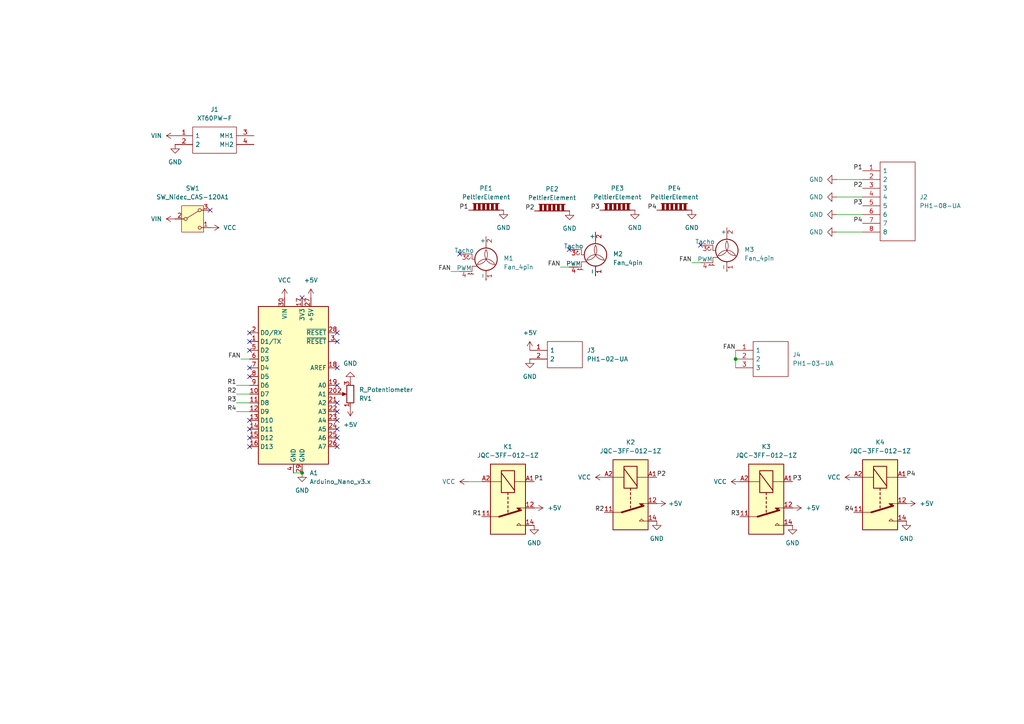
<source format=kicad_sch>
(kicad_sch (version 20250114) (generator "eeschema") (generator_version "9.0")
  (paper "A4")
  (lib_symbols
    (symbol "Device:PeltierElement" (pin_numbers (hide yes)) (pin_names (offset 0))
      (property "Reference" "PE" (at 0 3.175 0))
      (property "Value" "PeltierElement" (at 0 -1.27 0))
      (symbol "PeltierElement_0_1"
        (polyline (pts (xy -3.81 1.905) (xy 3.81 1.905)) (stroke (width 0.254)))
        (polyline (pts (xy -3.81 0) (xy 3.81 0)) (stroke (width 0.254)) (fill (type outline)))
        (rectangle (start -3.556 1.905) (end -2.921 0) (fill (type outline)))
        (rectangle (start -2.286 1.905) (end -1.651 0) (fill (type outline)))
        (rectangle (start -0.381 1.905) (end -1.016 0) (fill (type outline)))
        (rectangle (start 0.889 1.905) (end 0.254 0) (fill (type outline)))
        (rectangle (start 1.524 0) (end 2.159 1.905) (fill (type outline)))
        (rectangle (start 2.794 0) (end 3.429 1.905) (fill (type outline)))
      )
      (symbol "PeltierElement_1_1"
        (pin passive line (at -5.08 0 0) (length 1.27) (name "~") (number "1"))
        (pin passive line (at 5.08 0 180) (length 1.27) (name "~") (number "2"))
      )
    )
    (symbol "Device:R_Potentiometer" (pin_names (offset 1.016) (hide yes))
      (property "Reference" "RV" (at -4.445 0 90))
      (property "Value" "R_Potentiometer" (at -2.54 0 90))
      (symbol "R_Potentiometer_0_1"
        (rectangle (start 1.016 2.54) (end -1.016 -2.54) (stroke (width 0.254)))
        (polyline (pts (xy 1.143 0) (xy 2.286 0.508) (xy 2.286 -0.508) (xy 1.143 0)) (fill (type outline)))
        (polyline (pts (xy 2.54 0) (xy 1.524 0)))
      )
      (symbol "R_Potentiometer_1_1"
        (pin passive line (at 0 3.81 270) (length 1.27) (name "1") (number "1"))
        (pin passive line (at 0 -3.81 90) (length 1.27) (name "3") (number "3"))
        (pin passive line (at 3.81 0 180) (length 1.27) (name "2") (number "2"))
      )
    )
    (symbol "MCU_Module:Arduino_Nano_v3.x"
      (property "Reference" "A" (at -10.16 23.495 0))
      (property "Value" "Arduino_Nano_v3.x" (at 5.08 -24.13 0))
      (symbol "Arduino_Nano_v3.x_0_1"
        (rectangle (start -10.16 22.86) (end 10.16 -22.86) (stroke (width 0.254)) (fill (type background)))
      )
      (symbol "Arduino_Nano_v3.x_1_1"
        (pin bidirectional line (at -12.7 15.24 0) (length 2.54) (name "D0/RX") (number "2"))
        (pin bidirectional line (at -12.7 12.7 0) (length 2.54) (name "D1/TX") (number "1"))
        (pin bidirectional line (at -12.7 10.16 0) (length 2.54) (name "D2") (number "5"))
        (pin bidirectional line (at -12.7 7.62 0) (length 2.54) (name "D3") (number "6"))
        (pin bidirectional line (at -12.7 5.08 0) (length 2.54) (name "D4") (number "7"))
        (pin bidirectional line (at -12.7 2.54 0) (length 2.54) (name "D5") (number "8"))
        (pin bidirectional line (at -12.7 0 0) (length 2.54) (name "D6") (number "9"))
        (pin bidirectional line (at -12.7 -2.54 0) (length 2.54) (name "D7") (number "10"))
        (pin bidirectional line (at -12.7 -5.08 0) (length 2.54) (name "D8") (number "11"))
        (pin bidirectional line (at -12.7 -7.62 0) (length 2.54) (name "D9") (number "12"))
        (pin bidirectional line (at -12.7 -10.16 0) (length 2.54) (name "D10") (number "13"))
        (pin bidirectional line (at -12.7 -12.7 0) (length 2.54) (name "D11") (number "14"))
        (pin bidirectional line (at -12.7 -15.24 0) (length 2.54) (name "D12") (number "15"))
        (pin bidirectional line (at -12.7 -17.78 0) (length 2.54) (name "D13") (number "16"))
        (pin power_in line (at -2.54 25.4 270) (length 2.54) (name "VIN") (number "30"))
        (pin power_in line (at 0 -25.4 90) (length 2.54) (name "GND") (number "4"))
        (pin power_out line (at 2.54 25.4 270) (length 2.54) (name "3V3") (number "17"))
        (pin power_in line (at 2.54 -25.4 90) (length 2.54) (name "GND") (number "29"))
        (pin power_out line (at 5.08 25.4 270) (length 2.54) (name "+5V") (number "27"))
        (pin input line (at 12.7 15.24 180) (length 2.54) (name "~{RESET}") (number "28"))
        (pin input line (at 12.7 12.7 180) (length 2.54) (name "~{RESET}") (number "3"))
        (pin input line (at 12.7 5.08 180) (length 2.54) (name "AREF") (number "18"))
        (pin bidirectional line (at 12.7 0 180) (length 2.54) (name "A0") (number "19"))
        (pin bidirectional line (at 12.7 -2.54 180) (length 2.54) (name "A1") (number "20"))
        (pin bidirectional line (at 12.7 -5.08 180) (length 2.54) (name "A2") (number "21"))
        (pin bidirectional line (at 12.7 -7.62 180) (length 2.54) (name "A3") (number "22"))
        (pin bidirectional line (at 12.7 -10.16 180) (length 2.54) (name "A4") (number "23"))
        (pin bidirectional line (at 12.7 -12.7 180) (length 2.54) (name "A5") (number "24"))
        (pin bidirectional line (at 12.7 -15.24 180) (length 2.54) (name "A6") (number "25"))
        (pin bidirectional line (at 12.7 -17.78 180) (length 2.54) (name "A7") (number "26"))
      )
    )
    (symbol "Motor:Fan_4pin" (pin_names (offset 0))
      (property "Reference" "M" (at 2.54 5.08 0))
      (property "Value" "Fan_4pin" (at 2.54 -2.54 0))
      (symbol "Fan_4pin_0_0"
        (polyline (pts (xy -5.08 2.032) (xy -5.334 2.159)))
        (polyline (pts (xy -5.08 2.032) (xy -5.207 1.778)))
        (arc (start -4.572 1.524) (mid -5.08 1.0182) (end -5.588 1.524))
        (arc (start -5.588 1.524) (mid -5.4392 1.8832) (end -5.08 2.032))
        (polyline (pts (xy -4.064 2.54) (xy -4.064 1.016) (xy -3.302 1.016)))
      )
      (symbol "Fan_4pin_0_1"
        (polyline (pts (xy -5.334 -3.302) (xy -5.08 -3.302) (xy -5.08 -3.048) (xy -4.826 -3.048) (xy -4.826 -3.302) (xy -4.318 -3.302) (xy -4.318 -3.048) (xy -4.064 -3.048) (xy -4.064 -3.302) (xy -3.556 -3.302)))
        (polyline (pts (xy -4.064 2.54) (xy -5.08 2.54)))
        (polyline (pts (xy -2.54 -1.016) (xy -4.064 -1.016) (xy -4.064 -2.54) (xy -5.08 -2.54)))
        (arc (start 0 3.81) (mid -0.0015 0.9048) (end -2.54 -0.508))
        (polyline (pts (xy 0 4.572) (xy 0 5.08)))
        (polyline (pts (xy 0 4.2672) (xy 0 4.6228)))
        (circle (center 0 1.016) (radius 3.2512) (stroke (width 0.254)))
        (arc (start -2.54 -0.508) (mid 0 1.0618) (end 2.54 -0.508))
        (polyline (pts (xy 0 -2.2352) (xy 0 -2.6416)))
        (polyline (pts (xy 0 -5.08) (xy 0 -4.572)))
        (arc (start 2.54 -0.508) (mid 0.047 0.9315) (end 0 3.81))
      )
      (symbol "Fan_4pin_1_1"
        (pin passive line (at -7.62 2.54 0) (length 2.54) (name "Tacho") (number "3"))
        (pin input line (at -7.62 -2.54 0) (length 2.54) (name "PWM") (number "4"))
        (pin passive line (at 0 7.62 270) (length 2.54) (name "+") (number "2"))
        (pin passive line (at 0 -5.08 90) (length 2.54) (name "-") (number "1"))
      )
    )
    (symbol "Relay:JQC-3FF-012-1Z"
      (property "Reference" "K" (at 11.43 3.81 0))
      (property "Value" "JQC-3FF-012-1Z" (at 11.43 1.27 0))
      (symbol "JQC-3FF-012-1Z_0_0"
        (polyline (pts (xy 7.62 5.08) (xy 7.62 2.54) (xy 6.985 3.175) (xy 7.62 3.81)))
      )
      (symbol "JQC-3FF-012-1Z_0_1"
        (rectangle (start -10.16 5.08) (end 10.16 -5.08) (stroke (width 0.254)) (fill (type background)))
        (rectangle (start -8.255 1.905) (end -1.905 -1.905) (stroke (width 0.254)))
        (polyline (pts (xy -7.62 -1.905) (xy -2.54 1.905)) (stroke (width 0.254)))
        (polyline (pts (xy -5.08 5.08) (xy -5.08 1.905)))
        (polyline (pts (xy -5.08 -5.08) (xy -5.08 -1.905)))
        (polyline (pts (xy -1.905 0) (xy -1.27 0)) (stroke (width 0.254)))
        (polyline (pts (xy -0.635 0) (xy 0 0)) (stroke (width 0.254)))
        (polyline (pts (xy 0.635 0) (xy 1.27 0)) (stroke (width 0.254)))
        (polyline (pts (xy 1.905 0) (xy 2.54 0)) (stroke (width 0.254)))
        (polyline (pts (xy 2.54 5.08) (xy 2.54 2.54) (xy 3.175 3.175) (xy 2.54 3.81)) (fill (type outline)))
        (polyline (pts (xy 3.175 0) (xy 3.81 0)) (stroke (width 0.254)))
        (polyline (pts (xy 5.08 -2.54) (xy 3.175 3.81)) (stroke (width 0.508)))
        (polyline (pts (xy 5.08 -2.54) (xy 5.08 -5.08)))
      )
      (symbol "JQC-3FF-012-1Z_1_1"
        (pin passive line (at -5.08 7.62 270) (length 2.54) (name "~") (number "A1"))
        (pin passive line (at -5.08 -7.62 90) (length 2.54) (name "~") (number "A2"))
        (pin passive line (at 2.54 7.62 270) (length 2.54) (name "~") (number "12"))
        (pin passive line (at 5.08 -7.62 90) (length 2.54) (name "~") (number "11"))
        (pin passive line (at 7.62 7.62 270) (length 2.54) (name "~") (number "14"))
      )
    )
    (symbol "SamacSys_Parts:PH1-02-UA" (pin_names (offset 0.762))
      (property "Reference" "J" (at 16.51 7.62 0))
      (property "Value" "PH1-02-UA" (at 16.51 5.08 0))
      (symbol "PH1-02-UA_0_0"
        (pin passive line (at 0 0 0) (length 5.08) (name "1") (number "1"))
        (pin passive line (at 0 -2.54 0) (length 5.08) (name "2") (number "2"))
      )
      (symbol "PH1-02-UA_0_1"
        (polyline (pts (xy 5.08 2.54) (xy 15.24 2.54) (xy 15.24 -5.08) (xy 5.08 -5.08) (xy 5.08 2.54)) (stroke (width 0.1524)))
      )
    )
    (symbol "SamacSys_Parts:PH1-03-UA" (pin_names (offset 0.762))
      (property "Reference" "J" (at 16.51 7.62 0))
      (property "Value" "PH1-03-UA" (at 16.51 5.08 0))
      (symbol "PH1-03-UA_0_0"
        (pin passive line (at 0 0 0) (length 5.08) (name "1") (number "1"))
        (pin passive line (at 0 -2.54 0) (length 5.08) (name "2") (number "2"))
        (pin passive line (at 0 -5.08 0) (length 5.08) (name "3") (number "3"))
      )
      (symbol "PH1-03-UA_0_1"
        (polyline (pts (xy 5.08 2.54) (xy 15.24 2.54) (xy 15.24 -7.62) (xy 5.08 -7.62) (xy 5.08 2.54)) (stroke (width 0.1524)))
      )
    )
    (symbol "SamacSys_Parts:PH1-08-UA" (pin_names (offset 0.762))
      (property "Reference" "J" (at 16.51 7.62 0))
      (property "Value" "PH1-08-UA" (at 16.51 5.08 0))
      (symbol "PH1-08-UA_0_0"
        (pin passive line (at 0 0 0) (length 5.08) (name "1") (number "1"))
        (pin passive line (at 0 -2.54 0) (length 5.08) (name "2") (number "2"))
        (pin passive line (at 0 -5.08 0) (length 5.08) (name "3") (number "3"))
        (pin passive line (at 0 -7.62 0) (length 5.08) (name "4") (number "4"))
        (pin passive line (at 0 -10.16 0) (length 5.08) (name "5") (number "5"))
        (pin passive line (at 0 -12.7 0) (length 5.08) (name "6") (number "6"))
        (pin passive line (at 0 -15.24 0) (length 5.08) (name "7") (number "7"))
        (pin passive line (at 0 -17.78 0) (length 5.08) (name "8") (number "8"))
      )
      (symbol "PH1-08-UA_0_1"
        (polyline (pts (xy 5.08 2.54) (xy 15.24 2.54) (xy 15.24 -20.32) (xy 5.08 -20.32) (xy 5.08 2.54)) (stroke (width 0.1524)))
      )
    )
    (symbol "SamacSys_Parts:XT60PW-F" (pin_names (offset 0.762))
      (property "Reference" "J" (at 19.05 7.62 0))
      (property "Value" "XT60PW-F" (at 19.05 5.08 0))
      (symbol "XT60PW-F_0_0"
        (pin passive line (at 0 0 0) (length 5.08) (name "1") (number "1"))
        (pin passive line (at 0 -2.54 0) (length 5.08) (name "2") (number "2"))
        (pin passive line (at 22.86 0 180) (length 5.08) (name "MH1") (number "3"))
        (pin passive line (at 22.86 -2.54 180) (length 5.08) (name "MH2") (number "4"))
      )
      (symbol "XT60PW-F_0_1"
        (polyline (pts (xy 5.08 2.54) (xy 17.78 2.54) (xy 17.78 -5.08) (xy 5.08 -5.08) (xy 5.08 2.54)) (stroke (width 0.1524)))
      )
    )
    (symbol "Switch:SW_Nidec_CAS-120A1" (pin_names (offset 1) (hide yes))
      (property "Reference" "SW" (at 0 4.318 0))
      (property "Value" "SW_Nidec_CAS-120A1" (at 0 -5.08 0))
      (symbol "SW_Nidec_CAS-120A1_0_1"
        (circle (center -2.032 0) (radius 0.4572))
        (polyline (pts (xy -1.651 0.254) (xy 1.651 2.286)))
        (circle (center 2.032 2.54) (radius 0.4572))
        (circle (center 2.032 -2.54) (radius 0.4572))
      )
      (symbol "SW_Nidec_CAS-120A1_1_1"
        (rectangle (start -3.175 3.81) (end 3.175 -3.81) (fill (type background)))
        (pin passive line (at -5.08 0 0) (length 2.54) (name "B") (number "2"))
        (pin passive line (at 5.08 2.54 180) (length 2.54) (name "A") (number "3"))
        (pin passive line (at 5.08 -2.54 180) (length 2.54) (name "C") (number "1"))
      )
    )
    (symbol "power:+5V" (power) (pin_numbers (hide yes)) (pin_names (offset 0) (hide yes))
      (property "Value" "+5V" (at 0 3.556 0))
      (symbol "+5V_0_1"
        (polyline (pts (xy -0.762 1.27) (xy 0 2.54)))
        (polyline (pts (xy 0 2.54) (xy 0.762 1.27)))
        (polyline (pts (xy 0 0) (xy 0 2.54)))
      )
      (symbol "+5V_1_1"
        (pin power_in line (at 0 0 90) (length 0) (name "~") (number "1"))
      )
    )
    (symbol "power:GND" (power) (pin_numbers (hide yes)) (pin_names (offset 0) (hide yes))
      (property "Value" "GND" (at 0 -3.81 0))
      (symbol "GND_0_1"
        (polyline (pts (xy 0 0) (xy 0 -1.27) (xy 1.27 -1.27) (xy 0 -2.54) (xy -1.27 -1.27) (xy 0 -1.27)))
      )
      (symbol "GND_1_1"
        (pin power_in line (at 0 0 270) (length 0) (name "~") (number "1"))
      )
    )
    (symbol "power:VCC" (power) (pin_numbers (hide yes)) (pin_names (offset 0) (hide yes))
      (property "Value" "VCC" (at 0 3.556 0))
      (symbol "VCC_0_1"
        (polyline (pts (xy -0.762 1.27) (xy 0 2.54)))
        (polyline (pts (xy 0 2.54) (xy 0.762 1.27)))
        (polyline (pts (xy 0 0) (xy 0 2.54)))
      )
      (symbol "VCC_1_1"
        (pin power_in line (at 0 0 90) (length 0) (name "~") (number "1"))
      )
    )
  )
  (junction (at 87.63 137.16))
  (junction (at 213.36 104.14))
  (no_connect (at 97.79 127))
  (no_connect (at 72.39 127))
  (no_connect (at 97.79 111.76))
  (no_connect (at 72.39 96.52))
  (no_connect (at 97.79 116.84))
  (no_connect (at 72.39 121.92))
  (no_connect (at 203.2 71.12))
  (no_connect (at 97.79 99.06))
  (no_connect (at 72.39 101.6))
  (no_connect (at 72.39 129.54))
  (no_connect (at 72.39 99.06))
  (no_connect (at 97.79 124.46))
  (no_connect (at 72.39 124.46))
  (no_connect (at 165.1 72.39))
  (no_connect (at 87.63 86.36))
  (no_connect (at 97.79 121.92))
  (no_connect (at 72.39 109.22))
  (no_connect (at 97.79 129.54))
  (no_connect (at 97.79 96.52))
  (no_connect (at 97.79 119.38))
  (no_connect (at 133.35 73.66))
  (no_connect (at 97.79 106.68))
  (no_connect (at 60.96 60.96))
  (no_connect (at 72.39 106.68))
  (wire (pts (xy 213.36 101.6) (xy 213.36 104.14)))
  (wire (pts (xy 68.58 116.84) (xy 72.39 116.84)))
  (wire (pts (xy 242.57 67.31) (xy 250.19 67.31)))
  (wire (pts (xy 68.58 119.38) (xy 72.39 119.38)))
  (wire (pts (xy 85.09 137.16) (xy 87.63 137.16)))
  (wire (pts (xy 130.81 78.74) (xy 133.35 78.74)))
  (wire (pts (xy 162.56 77.47) (xy 165.1 77.47)))
  (wire (pts (xy 242.57 52.07) (xy 250.19 52.07)))
  (wire (pts (xy 213.36 104.14) (xy 213.36 106.68)))
  (wire (pts (xy 242.57 62.23) (xy 250.19 62.23)))
  (wire (pts (xy 69.85 104.14) (xy 72.39 104.14)))
  (wire (pts (xy 200.66 76.2) (xy 203.2 76.2)))
  (wire (pts (xy 135.89 139.7) (xy 139.7 139.7)))
  (wire (pts (xy 242.57 57.15) (xy 250.19 57.15)))
  (wire (pts (xy 68.58 111.76) (xy 72.39 111.76)))
  (wire (pts (xy 68.58 114.3) (xy 72.39 114.3)))
  (label "P4" (at 250.19 64.77 180))
  (label "FAN" (at 213.36 101.6 180))
  (label "P2" (at 250.19 54.61 180))
  (label "R1" (at 139.7 149.86 180))
  (label "P2" (at 155.0323 61.1726 180))
  (label "FAN" (at 200.66 76.2 180))
  (label "P1" (at 250.19 49.53 180))
  (label "R4" (at 68.58 119.38 180))
  (label "R1" (at 68.58 111.76 180))
  (label "P1" (at 135.89 60.96 180))
  (label "P3" (at 173.99 60.96 180))
  (label "P3" (at 229.87 139.7 0))
  (label "FAN" (at 162.56 77.47 180))
  (label "R2" (at 175.26 148.59 180))
  (label "R3" (at 214.63 149.86 180))
  (label "FAN" (at 130.81 78.74 180))
  (label "R4" (at 247.65 148.59 180))
  (label "P2" (at 190.5 138.43 0))
  (label "P4" (at 190.5 60.96 180))
  (label "P1" (at 154.94 139.7 0))
  (label "R3" (at 68.58 116.84 180))
  (label "FAN" (at 69.85 104.14 180))
  (label "P3" (at 250.19 59.69 180))
  (label "R2" (at 68.58 114.3 180))
  (label "P4" (at 262.89 138.43 0))
  (symbol (lib_id "power:GND") (at 262.89 151.13 0) (unit 1)
    (property "Reference" "#PWR06" (effects (hide yes)))
    (property "Value" "GND" (at 262.89 156.21 0))
    (property "Description" "Power symbol creates a global label with name \"GND\" , ground" (effects (hide yes)))
  )
  (symbol (lib_id "power:VCC") (at 82.55 86.36 0) (unit 1)
    (property "Reference" "#PWR020" (effects (hide yes)))
    (property "Value" "VCC" (at 82.55 81.28 0))
    (property "Description" "Power symbol creates a global label with name \"VCC\"" (effects (hide yes)))
  )
  (symbol (lib_id "power:GND") (at 153.67 104.14 0) (unit 1)
    (property "Reference" "#PWR029" (effects (hide yes)))
    (property "Value" "GND" (at 153.67 109.22 0))
    (property "Description" "Power symbol creates a global label with name \"GND\" , ground" (effects (hide yes)))
  )
  (symbol (lib_id "power:GND") (at 229.87 152.4 0) (unit 1)
    (property "Reference" "#PWR05" (effects (hide yes)))
    (property "Value" "GND" (at 229.87 157.48 0))
    (property "Description" "Power symbol creates a global label with name \"GND\" , ground" (effects (hide yes)))
  )
  (symbol (lib_id "power:GND") (at 242.57 52.07 270) (unit 1)
    (property "Reference" "#PWR021" (effects (hide yes)))
    (property "Value" "GND" (at 238.76 52.0699 90) (effects (justify right)))
    (property "Description" "Power symbol creates a global label with name \"GND\" , ground" (effects (hide yes)))
  )
  (symbol (lib_id "Motor:Fan_4pin") (at 210.82 73.66 0) (unit 1)
    (property "Reference" "M3" (at 215.9 72.3899 0) (effects (justify left)))
    (property "Value" "Fan_4pin" (at 215.9 74.9299 0) (effects (justify left)))
    (property "Datasheet" "http://www.formfactors.org/developer%5Cspecs%5Crev1_2_public.pdf" (effects (hide yes)))
    (property "Description" "Fan, tacho output, PWM input, 4-pin connector" (effects (hide yes)))
  )
  (symbol (lib_id "Relay:JQC-3FF-012-1Z") (at 182.88 143.51 270) (unit 1)
    (property "Reference" "K2" (at 182.88 128.27 90))
    (property "Value" "JQC-3FF-012-1Z" (at 182.88 130.81 90))
    (property "Footprint" "Relay_THT:Relay_SPDT_Hongfa_JQC-3FF_0XX-1Z" (effects (hide yes)))
    (property "Datasheet" "https://www.digikey.com/htmldatasheets/production/2071105/0/0/1/JQC-3FF.pdf" (effects (hide yes)))
    (property "Description" "Subminiature High Power SPDT Relay, 12V Coil nom. 0.36W, 10A switching current, max 10A@277VAC/28VDC" (effects (hide yes)))
  )
  (symbol (lib_id "power:GND") (at 165.1923 61.1726 0) (unit 1)
    (property "Reference" "#PWR017" (effects (hide yes)))
    (property "Value" "GND" (at 165.1923 66.2526 0))
    (property "Description" "Power symbol creates a global label with name \"GND\" , ground" (effects (hide yes)))
  )
  (symbol (lib_id "power:+5V") (at 154.94 147.32 270) (unit 1)
    (property "Reference" "#PWR07" (effects (hide yes)))
    (property "Value" "+5V" (at 158.75 147.3199 90) (effects (justify left)))
    (property "Description" "Power symbol creates a global label with name \"+5V\"" (effects (hide yes)))
  )
  (symbol (lib_id "Relay:JQC-3FF-012-1Z") (at 255.27 143.51 270) (unit 1)
    (property "Reference" "K4" (at 255.27 128.27 90))
    (property "Value" "JQC-3FF-012-1Z" (at 255.27 130.81 90))
    (property "Footprint" "Relay_THT:Relay_SPDT_Hongfa_JQC-3FF_0XX-1Z" (effects (hide yes)))
    (property "Datasheet" "https://www.digikey.com/htmldatasheets/production/2071105/0/0/1/JQC-3FF.pdf" (effects (hide yes)))
    (property "Description" "Subminiature High Power SPDT Relay, 12V Coil nom. 0.36W, 10A switching current, max 10A@277VAC/28VDC" (effects (hide yes)))
  )
  (symbol (lib_id "power:+5V") (at 101.6 118.11 180) (unit 1)
    (property "Reference" "#PWR025" (effects (hide yes)))
    (property "Value" "+5V" (at 101.6 123.19 0))
    (property "Description" "Power symbol creates a global label with name \"+5V\"" (effects (hide yes)))
  )
  (symbol (lib_id "power:VCC") (at 247.65 138.43 90) (unit 1)
    (property "Reference" "#PWR015" (effects (hide yes)))
    (property "Value" "VCC" (at 243.84 138.4299 90) (effects (justify left)))
    (property "Description" "Power symbol creates a global label with name \"VCC\"" (effects (hide yes)))
  )
  (symbol (lib_id "power:GND") (at 87.63 137.16 0) (unit 1)
    (property "Reference" "#PWR027" (effects (hide yes)))
    (property "Value" "GND" (at 87.63 142.24 0))
    (property "Description" "Power symbol creates a global label with name \"GND\" , ground" (effects (hide yes)))
  )
  (symbol (lib_id "power:+5V") (at 153.67 101.6 0) (unit 1)
    (property "Reference" "#PWR028" (effects (hide yes)))
    (property "Value" "+5V" (at 153.67 96.52 0))
    (property "Description" "Power symbol creates a global label with name \"+5V\"" (effects (hide yes)))
  )
  (symbol (lib_id "power:GND") (at 242.57 62.23 270) (unit 1)
    (property "Reference" "#PWR023" (effects (hide yes)))
    (property "Value" "GND" (at 238.76 62.2299 90) (effects (justify right)))
    (property "Description" "Power symbol creates a global label with name \"GND\" , ground" (effects (hide yes)))
  )
  (symbol (lib_id "power:VCC") (at 60.96 66.04 270) (unit 1)
    (property "Reference" "#PWR030" (effects (hide yes)))
    (property "Value" "VCC" (at 64.77 66.0399 90) (effects (justify left)))
    (property "Description" "Power symbol creates a global label with name \"VCC\"" (effects (hide yes)))
  )
  (symbol (lib_id "power:VCC") (at 175.26 138.43 90) (unit 1)
    (property "Reference" "#PWR013" (effects (hide yes)))
    (property "Value" "VCC" (at 171.45 138.4299 90) (effects (justify left)))
    (property "Description" "Power symbol creates a global label with name \"VCC\"" (effects (hide yes)))
  )
  (symbol (lib_id "power:VCC") (at 50.8 63.5 90) (unit 1)
    (property "Reference" "#PWR031" (effects (hide yes)))
    (property "Value" "VIN" (at 46.99 63.4999 90) (effects (justify left)))
    (property "Description" "Power symbol creates a global label with name \"VCC\"" (effects (hide yes)))
  )
  (symbol (lib_id "power:GND") (at 101.6 110.49 180) (unit 1)
    (property "Reference" "#PWR026" (effects (hide yes)))
    (property "Value" "GND" (at 101.6 105.41 0))
    (property "Description" "Power symbol creates a global label with name \"GND\" , ground" (effects (hide yes)))
  )
  (symbol (lib_id "power:GND") (at 242.57 67.31 270) (unit 1)
    (property "Reference" "#PWR024" (effects (hide yes)))
    (property "Value" "GND" (at 238.76 67.3099 90) (effects (justify right)))
    (property "Description" "Power symbol creates a global label with name \"GND\" , ground" (effects (hide yes)))
  )
  (symbol (lib_id "Device:PeltierElement") (at 179.07 60.96 0) (unit 1)
    (property "Reference" "PE3" (at 179.07 54.61 0))
    (property "Value" "PeltierElement" (at 179.07 57.15 0))
    (property "Description" "Peltier element, thermoelectric cooler" (effects (hide yes)))
  )
  (symbol (lib_id "power:+5V") (at 90.17 86.36 0) (unit 1)
    (property "Reference" "#PWR011" (effects (hide yes)))
    (property "Value" "+5V" (at 90.17 81.28 0))
    (property "Description" "Power symbol creates a global label with name \"+5V\"" (effects (hide yes)))
  )
  (symbol (lib_id "power:GND") (at 242.57 57.15 270) (unit 1)
    (property "Reference" "#PWR022" (effects (hide yes)))
    (property "Value" "GND" (at 238.76 57.1499 90) (effects (justify right)))
    (property "Description" "Power symbol creates a global label with name \"GND\" , ground" (effects (hide yes)))
  )
  (symbol (lib_id "power:GND") (at 146.05 60.96 0) (unit 1)
    (property "Reference" "#PWR016" (effects (hide yes)))
    (property "Value" "GND" (at 146.05 66.04 0))
    (property "Description" "Power symbol creates a global label with name \"GND\" , ground" (effects (hide yes)))
  )
  (symbol (lib_id "Relay:JQC-3FF-012-1Z") (at 147.32 144.78 270) (unit 1)
    (property "Reference" "K1" (at 147.32 129.54 90))
    (property "Value" "JQC-3FF-012-1Z" (at 147.32 132.08 90))
    (property "Footprint" "Relay_THT:Relay_SPDT_Hongfa_JQC-3FF_0XX-1Z" (effects (hide yes)))
    (property "Datasheet" "https://www.digikey.com/htmldatasheets/production/2071105/0/0/1/JQC-3FF.pdf" (effects (hide yes)))
    (property "Description" "Subminiature High Power SPDT Relay, 12V Coil nom. 0.36W, 10A switching current, max 10A@277VAC/28VDC" (effects (hide yes)))
  )
  (symbol (lib_id "power:VCC") (at 50.8 39.37 90) (unit 1)
    (property "Reference" "#PWR02" (effects (hide yes)))
    (property "Value" "VIN" (at 46.99 39.3699 90) (effects (justify left)))
    (property "Description" "Power symbol creates a global label with name \"VCC\"" (effects (hide yes)))
  )
  (symbol (lib_id "SamacSys_Parts:PH1-02-UA") (at 153.67 101.6 0) (unit 1)
    (property "Reference" "J3" (at 170.18 101.5999 0) (effects (justify left)))
    (property "Value" "PH1-02-UA" (at 170.18 104.1399 0) (effects (justify left)))
    (property "Footprint" "HDRV2W64P0X254_1X2_508X250X850P" (effects (hide yes)))
    (property "Datasheet" "https://datasheet.datasheetarchive.com/originals/distributors/Datasheets_SAMA/22522227e000bb8d8f26a3580c1bb98b.pdf" (effects (hide yes)))
    (property "Description_1" "CONN HEADER VERT 2POS 2.54MM" (effects (hide yes)))
    (property "Height" "8.5" (effects (hide yes)))
    (property "Manufacturer_Name" "Adam Tech" (effects (hide yes)))
    (property "Manufacturer_Part_Number" "PH1-02-UA" (effects (hide yes)))
    (property "Mouser Part Number" "737-PH1-02-UA" (effects (hide yes)))
    (property "Mouser Price/Stock" "https://www.mouser.co.uk/ProductDetail/Adam-Tech/PH1-02-UA?qs=HoCaDK9Nz5dVT5LAE%2F6mlA%3D%3D" (effects (hide yes)))
    (property "Arrow Part Number" "PH1-02-UA" (effects (hide yes)))
    (property "Arrow Price/Stock" "https://www.arrow.com/en/products/ph1-02-ua/adam-tech?utm_currency=USD&region=europe" (effects (hide yes)))
  )
  (symbol (lib_id "power:VCC") (at 214.63 139.7 90) (unit 1)
    (property "Reference" "#PWR014" (effects (hide yes)))
    (property "Value" "VCC" (at 210.82 139.6999 90) (effects (justify left)))
    (property "Description" "Power symbol creates a global label with name \"VCC\"" (effects (hide yes)))
  )
  (symbol (lib_id "Relay:JQC-3FF-012-1Z") (at 222.25 144.78 270) (unit 1)
    (property "Reference" "K3" (at 222.25 129.54 90))
    (property "Value" "JQC-3FF-012-1Z" (at 222.25 132.08 90))
    (property "Footprint" "Relay_THT:Relay_SPDT_Hongfa_JQC-3FF_0XX-1Z" (effects (hide yes)))
    (property "Datasheet" "https://www.digikey.com/htmldatasheets/production/2071105/0/0/1/JQC-3FF.pdf" (effects (hide yes)))
    (property "Description" "Subminiature High Power SPDT Relay, 12V Coil nom. 0.36W, 10A switching current, max 10A@277VAC/28VDC" (effects (hide yes)))
  )
  (symbol (lib_id "power:VCC") (at 135.89 139.7 90) (unit 1)
    (property "Reference" "#PWR012" (effects (hide yes)))
    (property "Value" "VCC" (at 132.08 139.6999 90) (effects (justify left)))
    (property "Description" "Power symbol creates a global label with name \"VCC\"" (effects (hide yes)))
  )
  (symbol (lib_id "power:GND") (at 200.66 60.96 0) (unit 1)
    (property "Reference" "#PWR019" (effects (hide yes)))
    (property "Value" "GND" (at 200.66 66.04 0))
    (property "Description" "Power symbol creates a global label with name \"GND\" , ground" (effects (hide yes)))
  )
  (symbol (lib_id "SamacSys_Parts:PH1-03-UA") (at 213.36 101.6 0) (unit 1)
    (property "Reference" "J4" (at 229.87 102.8699 0) (effects (justify left)))
    (property "Value" "PH1-03-UA" (at 229.87 105.4099 0) (effects (justify left)))
    (property "Footprint" "HDRV3W64P0X254_1X3_762X250X952P" (effects (hide yes)))
    (property "Datasheet" "https://datasheet.datasheetarchive.com/originals/distributors/Datasheets_SAMA/34c52fbb4019bb4b288b881302863af3.pdf" (effects (hide yes)))
    (property "Description_1" "CONN HEADER VERT 3POS 2.54MM" (effects (hide yes)))
    (property "Height" "9.516" (effects (hide yes)))
    (property "Manufacturer_Name" "Adam Tech" (effects (hide yes)))
    (property "Manufacturer_Part_Number" "PH1-03-UA" (effects (hide yes)))
    (property "Mouser Part Number" "737-PH1-03-UA" (effects (hide yes)))
    (property "Mouser Price/Stock" "https://www.mouser.co.uk/ProductDetail/Adam-Tech/PH1-03-UA?qs=HoCaDK9Nz5cktq3WKneQTQ%3D%3D" (effects (hide yes)))
    (property "Arrow Part Number" "PH1-03-UA" (effects (hide yes)))
    (property "Arrow Price/Stock" "https://www.arrow.com/en/products/ph1-03-ua/adam-tech?utm_currency=USD&region=europe" (effects (hide yes)))
  )
  (symbol (lib_id "power:+5V") (at 229.87 147.32 270) (unit 1)
    (property "Reference" "#PWR09" (effects (hide yes)))
    (property "Value" "+5V" (at 233.68 147.32 90) (effects (justify left)))
    (property "Description" "Power symbol creates a global label with name \"+5V\"" (effects (hide yes)))
  )
  (symbol (lib_id "Motor:Fan_4pin") (at 140.97 76.2 0) (unit 1)
    (property "Reference" "M1" (at 146.05 74.9299 0) (effects (justify left)))
    (property "Value" "Fan_4pin" (at 146.05 77.4699 0) (effects (justify left)))
    (property "Datasheet" "http://www.formfactors.org/developer%5Cspecs%5Crev1_2_public.pdf" (effects (hide yes)))
    (property "Description" "Fan, tacho output, PWM input, 4-pin connector" (effects (hide yes)))
  )
  (symbol (lib_id "power:GND") (at 154.94 152.4 0) (unit 1)
    (property "Reference" "#PWR03" (effects (hide yes)))
    (property "Value" "GND" (at 154.94 157.48 0))
    (property "Description" "Power symbol creates a global label with name \"GND\" , ground" (effects (hide yes)))
  )
  (symbol (lib_id "SamacSys_Parts:XT60PW-F") (at 50.8 39.37 0) (unit 1)
    (property "Reference" "J1" (at 62.23 31.75 0))
    (property "Value" "XT60PW-F" (at 62.23 34.29 0))
    (property "Footprint" "XT60PWF" (effects (hide yes)))
    (property "Datasheet" "https://www.tme.eu/Document/1191bc2fa3aee3c446e5a895fd8f7983/XT60PW-F.pdf" (effects (hide yes)))
    (property "Description_1" "Socket; DC supply; XT60; female; PIN: 2; on PCBs; THT; Colour: yellow" (effects (hide yes)))
    (property "Height" "8.4" (effects (hide yes)))
    (property "Manufacturer_Name" "Amass" (effects (hide yes)))
    (property "Manufacturer_Part_Number" "XT60PW-F" (effects (hide yes)))
  )
  (symbol (lib_id "Device:PeltierElement") (at 140.97 60.96 0) (unit 1)
    (property "Reference" "PE1" (at 140.97 54.61 0))
    (property "Value" "PeltierElement" (at 140.97 57.15 0))
    (property "Description" "Peltier element, thermoelectric cooler" (effects (hide yes)))
  )
  (symbol (lib_id "Device:PeltierElement") (at 195.58 60.96 0) (unit 1)
    (property "Reference" "PE4" (at 195.58 54.61 0))
    (property "Value" "PeltierElement" (at 195.58 57.15 0))
    (property "Description" "Peltier element, thermoelectric cooler" (effects (hide yes)))
  )
  (symbol (lib_id "power:GND") (at 184.15 60.96 0) (unit 1)
    (property "Reference" "#PWR018" (effects (hide yes)))
    (property "Value" "GND" (at 184.15 66.04 0))
    (property "Description" "Power symbol creates a global label with name \"GND\" , ground" (effects (hide yes)))
  )
  (symbol (lib_id "power:+5V") (at 262.89 146.05 270) (unit 1)
    (property "Reference" "#PWR010" (effects (hide yes)))
    (property "Value" "+5V" (at 266.7 146.0499 90) (effects (justify left)))
    (property "Description" "Power symbol creates a global label with name \"+5V\"" (effects (hide yes)))
  )
  (symbol (lib_id "Device:R_Potentiometer") (at 101.6 114.3 180) (unit 1)
    (property "Reference" "RV1" (at 104.14 115.5701 0) (effects (justify right)))
    (property "Value" "R_Potentiometer" (at 104.14 113.0301 0) (effects (justify right)))
    (property "Footprint" "Potentiometer_SMD:Potentiometer_ACP_CA6-VSMD_Vertical" (effects (hide yes)))
    (property "Description" "Potentiometer" (effects (hide yes)))
  )
  (symbol (lib_id "power:GND") (at 190.5 151.13 0) (unit 1)
    (property "Reference" "#PWR04" (effects (hide yes)))
    (property "Value" "GND" (at 190.5 156.21 0))
    (property "Description" "Power symbol creates a global label with name \"GND\" , ground" (effects (hide yes)))
  )
  (symbol (lib_id "power:+5V") (at 190.5 146.05 270) (unit 1)
    (property "Reference" "#PWR08" (effects (hide yes)))
    (property "Value" "+5V" (at 193.802 146.05 90) (effects (justify left)))
    (property "Description" "Power symbol creates a global label with name \"+5V\"" (effects (hide yes)))
  )
  (symbol (lib_id "power:GND") (at 50.8 41.91 0) (unit 1)
    (property "Reference" "#PWR01" (effects (hide yes)))
    (property "Value" "GND" (at 50.8 46.99 0))
    (property "Description" "Power symbol creates a global label with name \"GND\" , ground" (effects (hide yes)))
  )
  (symbol (lib_id "MCU_Module:Arduino_Nano_v3.x") (at 85.09 111.76 0) (unit 1)
    (property "Reference" "A1" (at 89.7733 137.16 0) (effects (justify left)))
    (property "Value" "Arduino_Nano_v3.x" (at 89.7733 139.7 0) (effects (justify left)))
    (property "Footprint" "Module:Arduino_Nano" (effects (hide yes)))
    (property "Datasheet" "http://www.mouser.com/pdfdocs/Gravitech_Arduino_Nano3_0.pdf" (effects (hide yes)))
    (property "Description" "Arduino Nano v3.x" (effects (hide yes)))
  )
  (symbol (lib_id "Device:PeltierElement") (at 160.1123 61.1726 0) (unit 1)
    (property "Reference" "PE2" (at 160.1123 54.8226 0))
    (property "Value" "PeltierElement" (at 160.1123 57.3626 0))
    (property "Description" "Peltier element, thermoelectric cooler" (effects (hide yes)))
  )
  (symbol (lib_id "Motor:Fan_4pin") (at 172.72 74.93 0) (unit 1)
    (property "Reference" "M2" (at 177.8 73.6599 0) (effects (justify left)))
    (property "Value" "Fan_4pin" (at 177.8 76.1999 0) (effects (justify left)))
    (property "Datasheet" "http://www.formfactors.org/developer%5Cspecs%5Crev1_2_public.pdf" (effects (hide yes)))
    (property "Description" "Fan, tacho output, PWM input, 4-pin connector" (effects (hide yes)))
  )
  (symbol (lib_id "Switch:SW_Nidec_CAS-120A1") (at 55.88 63.5 0) (unit 1)
    (property "Reference" "SW1" (at 55.88 54.61 0))
    (property "Value" "SW_Nidec_CAS-120A1" (at 55.88 57.15 0))
    (property "Footprint" "Button_Switch_SMD:Nidec_Copal_CAS-120A" (effects (hide yes)))
    (property "Datasheet" "https://www.nidec-components.com/e/catalog/switch/cas.pdf" (effects (hide yes)))
    (property "Description" "Switch, single pole double throw" (effects (hide yes)))
  )
  (symbol (lib_id "SamacSys_Parts:PH1-08-UA") (at 250.19 49.53 0) (unit 1)
    (property "Reference" "J2" (at 266.7 57.1499 0) (effects (justify left)))
    (property "Value" "PH1-08-UA" (at 266.7 59.6899 0) (effects (justify left)))
    (property "Footprint" "HDRV8W64P0X254_1X8_2032X250X888P" (effects (hide yes)))
    (property "Datasheet" "https://app.adam-tech.com/products/download/data_sheet/201605/ph1-xx-ua-data-sheet.pdf" (effects (hide yes)))
    (property "Description_1" "Conn Unshrouded Header HDR 8 POS 2.54mm Solder ST Thru-Hole" (effects (hide yes)))
    (property "Height" "8.881" (effects (hide yes)))
    (property "Manufacturer_Name" "Adam Tech" (effects (hide yes)))
    (property "Manufacturer_Part_Number" "PH1-08-UA" (effects (hide yes)))
    (property "Mouser Part Number" "737-PH1-08-UA" (effects (hide yes)))
    (property "Mouser Price/Stock" "https://www.mouser.co.uk/ProductDetail/Adam-Tech/PH1-08-UA?qs=HoCaDK9Nz5fwefM2nMHXHA%3D%3D" (effects (hide yes)))
    (property "Arrow Part Number" "PH1-08-UA" (effects (hide yes)))
    (property "Arrow Price/Stock" "https://www.arrow.com/en/products/ph1-08-ua/adam-tech?utm_currency=USD&region=nac" (effects (hide yes)))
  )
)
</source>
